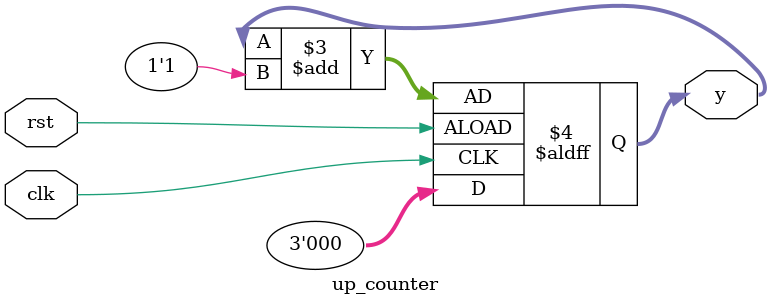
<source format=v>
module up_counter(y,clk,rst);
input clk,rst;
output reg[2:0]y;
always @(posedge clk or posedge rst)
begin 
 if(rst==1'b0) begin
  y<=3'b000;
 end 
 else begin 
  y<=y+1'b1;
 end 
end 
endmodule
</source>
